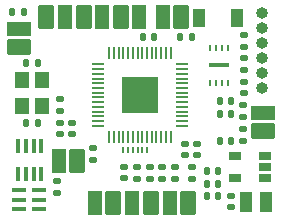
<source format=gbr>
%TF.GenerationSoftware,KiCad,Pcbnew,7.0.2-6a45011f42~172~ubuntu22.04.1*%
%TF.CreationDate,2023-05-22T20:19:49+08:00*%
%TF.ProjectId,fly2040,666c7932-3034-4302-9e6b-696361645f70,rev?*%
%TF.SameCoordinates,PX4323800PY2f1c8c0*%
%TF.FileFunction,Soldermask,Top*%
%TF.FilePolarity,Negative*%
%FSLAX46Y46*%
G04 Gerber Fmt 4.6, Leading zero omitted, Abs format (unit mm)*
G04 Created by KiCad (PCBNEW 7.0.2-6a45011f42~172~ubuntu22.04.1) date 2023-05-22 20:19:49*
%MOMM*%
%LPD*%
G01*
G04 APERTURE LIST*
G04 Aperture macros list*
%AMRoundRect*
0 Rectangle with rounded corners*
0 $1 Rounding radius*
0 $2 $3 $4 $5 $6 $7 $8 $9 X,Y pos of 4 corners*
0 Add a 4 corners polygon primitive as box body*
4,1,4,$2,$3,$4,$5,$6,$7,$8,$9,$2,$3,0*
0 Add four circle primitives for the rounded corners*
1,1,$1+$1,$2,$3*
1,1,$1+$1,$4,$5*
1,1,$1+$1,$6,$7*
1,1,$1+$1,$8,$9*
0 Add four rect primitives between the rounded corners*
20,1,$1+$1,$2,$3,$4,$5,0*
20,1,$1+$1,$4,$5,$6,$7,0*
20,1,$1+$1,$6,$7,$8,$9,0*
20,1,$1+$1,$8,$9,$2,$3,0*%
G04 Aperture macros list end*
%ADD10R,1.300000X2.000000*%
%ADD11RoundRect,0.100000X-0.550000X0.900000X-0.550000X-0.900000X0.550000X-0.900000X0.550000X0.900000X0*%
%ADD12RoundRect,0.135000X-0.185000X0.135000X-0.185000X-0.135000X0.185000X-0.135000X0.185000X0.135000X0*%
%ADD13RoundRect,0.140000X-0.140000X-0.170000X0.140000X-0.170000X0.140000X0.170000X-0.140000X0.170000X0*%
%ADD14R,0.200000X1.100000*%
%ADD15R,1.100000X0.200000*%
%ADD16R,3.100000X3.100000*%
%ADD17R,0.280000X0.600000*%
%ADD18R,1.700000X0.300000*%
%ADD19O,1.000000X1.000000*%
%ADD20RoundRect,0.100000X0.550000X-0.900000X0.550000X0.900000X-0.550000X0.900000X-0.550000X-0.900000X0*%
%ADD21RoundRect,0.135000X0.185000X-0.135000X0.185000X0.135000X-0.185000X0.135000X-0.185000X-0.135000X0*%
%ADD22RoundRect,0.135000X-0.135000X-0.185000X0.135000X-0.185000X0.135000X0.185000X-0.135000X0.185000X0*%
%ADD23RoundRect,0.140000X-0.170000X0.140000X-0.170000X-0.140000X0.170000X-0.140000X0.170000X0.140000X0*%
%ADD24R,2.000000X1.300000*%
%ADD25RoundRect,0.100000X-0.900000X-0.550000X0.900000X-0.550000X0.900000X0.550000X-0.900000X0.550000X0*%
%ADD26R,1.145000X0.400000*%
%ADD27RoundRect,0.140000X0.170000X-0.140000X0.170000X0.140000X-0.170000X0.140000X-0.170000X-0.140000X0*%
%ADD28R,0.200000X0.550000*%
%ADD29R,1.000000X1.720000*%
%ADD30O,0.364000X1.222000*%
%ADD31R,1.000000X1.524000*%
%ADD32R,1.200000X1.400000*%
%ADD33R,1.100000X0.700000*%
G04 APERTURE END LIST*
D10*
%TO.C,J9*%
X8675001Y-1605000D03*
D11*
X7125001Y-1605000D03*
%TD*%
D12*
%TO.C,R4*%
X20655000Y-11040000D03*
X20655000Y-12060000D03*
%TD*%
D13*
%TO.C,C3*%
X2270000Y-5475000D03*
X3230000Y-5475000D03*
%TD*%
D12*
%TO.C,R9*%
X12708000Y-14285000D03*
X12708000Y-15305000D03*
%TD*%
D13*
%TO.C,C17*%
X17535000Y-15695000D03*
X18495000Y-15695000D03*
%TD*%
D14*
%TO.C,U1*%
X14495000Y-4655000D03*
X14095000Y-4655000D03*
X13695000Y-4655000D03*
X13295000Y-4655000D03*
X12895000Y-4655000D03*
X12495000Y-4655000D03*
X12095000Y-4655000D03*
X11695000Y-4655000D03*
X11295000Y-4655000D03*
X10895000Y-4655000D03*
X10495000Y-4655000D03*
X10095000Y-4655000D03*
X9695000Y-4655000D03*
X9295000Y-4655000D03*
D15*
X8345000Y-5605000D03*
X8345000Y-6005000D03*
X8345000Y-6405000D03*
X8345000Y-6805000D03*
X8345000Y-7205000D03*
X8345000Y-7605000D03*
X8345000Y-8005000D03*
X8345000Y-8405000D03*
X8345000Y-8805000D03*
X8345000Y-9205000D03*
X8345000Y-9605000D03*
X8345000Y-10005000D03*
X8345000Y-10405000D03*
X8345000Y-10805000D03*
D14*
X9295000Y-11755000D03*
X9695000Y-11755000D03*
X10095000Y-11755000D03*
X10495000Y-11755000D03*
X10895000Y-11755000D03*
X11295000Y-11755000D03*
X11695000Y-11755000D03*
X12095000Y-11755000D03*
X12495000Y-11755000D03*
X12895000Y-11755000D03*
X13295000Y-11755000D03*
X13695000Y-11755000D03*
X14095000Y-11755000D03*
X14495000Y-11755000D03*
D15*
X15445000Y-10805000D03*
X15445000Y-10405000D03*
X15445000Y-10005000D03*
X15445000Y-9605000D03*
X15445000Y-9205000D03*
X15445000Y-8805000D03*
X15445000Y-8405000D03*
X15445000Y-8005000D03*
X15445000Y-7605000D03*
X15445000Y-7205000D03*
X15445000Y-6805000D03*
X15445000Y-6405000D03*
X15445000Y-6005000D03*
X15445000Y-5605000D03*
D16*
X11895000Y-8205000D03*
%TD*%
D17*
%TO.C,U2*%
X19365000Y-4185500D03*
X18865000Y-4185500D03*
X18365000Y-4185500D03*
X17865000Y-4185500D03*
X17865000Y-7199500D03*
X18365000Y-7199500D03*
X18865000Y-7199500D03*
X19365000Y-7199500D03*
D18*
X18615000Y-5692500D03*
%TD*%
D13*
%TO.C,C16*%
X17535000Y-14645000D03*
X18495000Y-14645000D03*
%TD*%
D10*
%TO.C,J10*%
X11840000Y-1605000D03*
D11*
X10290000Y-1605000D03*
%TD*%
D19*
%TO.C,J8*%
X22189248Y-1283121D03*
X22189248Y-2553121D03*
X22189248Y-3823121D03*
X22189248Y-5093121D03*
X22189248Y-6363121D03*
X22189248Y-7633121D03*
%TD*%
D10*
%TO.C,J1*%
X13860000Y-1610000D03*
D20*
X15410000Y-1610000D03*
%TD*%
D13*
%TO.C,C12*%
X12130000Y-3315000D03*
X13090000Y-3315000D03*
%TD*%
%TO.C,C5*%
X18655000Y-12080000D03*
X19615000Y-12080000D03*
%TD*%
D21*
%TO.C,R2*%
X7905000Y-13680000D03*
X7905000Y-12660000D03*
%TD*%
D10*
%TO.C,J4*%
X14415000Y-17340000D03*
D20*
X15965000Y-17340000D03*
%TD*%
D22*
%TO.C,R12*%
X1040000Y-1195000D03*
X2060000Y-1195000D03*
%TD*%
D23*
%TO.C,C7*%
X10570000Y-14310000D03*
X10570000Y-15270000D03*
%TD*%
%TO.C,C14*%
X20665000Y-7075000D03*
X20665000Y-8035000D03*
%TD*%
D13*
%TO.C,C2*%
X18650000Y-8705000D03*
X19610000Y-8705000D03*
%TD*%
D24*
%TO.C,J2*%
X1615000Y-2600000D03*
D25*
X1615000Y-4150000D03*
%TD*%
D13*
%TO.C,C18*%
X17535000Y-16745000D03*
X18495000Y-16745000D03*
%TD*%
D10*
%TO.C,J7*%
X5035000Y-13795000D03*
D20*
X6585000Y-13795000D03*
%TD*%
D10*
%TO.C,J6*%
X5530000Y-1605000D03*
D11*
X3980000Y-1605000D03*
%TD*%
D26*
%TO.C,LED1*%
X3388000Y-17850000D03*
X3388000Y-17050000D03*
X3388000Y-16250000D03*
X1692000Y-16250000D03*
X1692000Y-17050000D03*
X1692000Y-17850000D03*
%TD*%
D10*
%TO.C,J11*%
X8065000Y-17340000D03*
D20*
X9615000Y-17340000D03*
%TD*%
D12*
%TO.C,R8*%
X11647000Y-14285000D03*
X11647000Y-15305000D03*
%TD*%
D23*
%TO.C,C4*%
X6170000Y-10580000D03*
X6170000Y-11540000D03*
%TD*%
D12*
%TO.C,R11*%
X14830000Y-14285000D03*
X14830000Y-15305000D03*
%TD*%
D13*
%TO.C,C11*%
X15310000Y-3310000D03*
X16270000Y-3310000D03*
%TD*%
D23*
%TO.C,C8*%
X16325000Y-14315000D03*
X16325000Y-15275000D03*
%TD*%
D21*
%TO.C,R3*%
X20655000Y-10040001D03*
X20655000Y-9020001D03*
%TD*%
%TO.C,R7*%
X4835000Y-16500000D03*
X4835000Y-15480000D03*
%TD*%
D27*
%TO.C,C15*%
X19610000Y-17705000D03*
X19610000Y-16745000D03*
%TD*%
D24*
%TO.C,J5*%
X22350000Y-9740000D03*
D25*
X22350000Y-11290000D03*
%TD*%
D10*
%TO.C,J3*%
X11255000Y-17340000D03*
D20*
X12805000Y-17340000D03*
%TD*%
D28*
%TO.C,J12*%
X10500000Y-12870000D03*
X10900000Y-12870000D03*
X11300000Y-12870000D03*
X11700000Y-12870000D03*
X12100000Y-12870000D03*
X12500000Y-12870000D03*
%TD*%
D29*
%TO.C,L1*%
X20892000Y-17225000D03*
X22548000Y-17225000D03*
%TD*%
D30*
%TO.C,U3*%
X1595000Y-14906000D03*
X2245000Y-14906000D03*
X2895000Y-14906000D03*
X3545000Y-14906000D03*
X3545000Y-12484000D03*
X2895000Y-12484000D03*
X2245000Y-12484000D03*
X1595000Y-12484000D03*
%TD*%
D31*
%TO.C,SW1*%
X20095000Y-1670000D03*
X16895000Y-1670000D03*
%TD*%
D23*
%TO.C,C9*%
X15700000Y-12335000D03*
X15700000Y-13295000D03*
%TD*%
D21*
%TO.C,R1*%
X5110000Y-9585000D03*
X5110000Y-8565000D03*
%TD*%
D32*
%TO.C,X1*%
X3630000Y-9120000D03*
X3630000Y-6920000D03*
X1880000Y-6920000D03*
X1880000Y-9120000D03*
%TD*%
D33*
%TO.C,U4*%
X22509000Y-15254000D03*
X22509000Y-14304000D03*
X22509000Y-13352000D03*
X19921000Y-13352000D03*
X19921000Y-15252000D03*
%TD*%
D23*
%TO.C,C13*%
X5115000Y-10575000D03*
X5115000Y-11535000D03*
%TD*%
D12*
%TO.C,R5*%
X20665000Y-3095000D03*
X20665000Y-4115000D03*
%TD*%
D13*
%TO.C,C10*%
X18650000Y-9800000D03*
X19610000Y-9800000D03*
%TD*%
D27*
%TO.C,C6*%
X16745000Y-13295000D03*
X16745000Y-12335000D03*
%TD*%
D12*
%TO.C,R10*%
X13769000Y-14285000D03*
X13769000Y-15305000D03*
%TD*%
D21*
%TO.C,R6*%
X20665000Y-6100000D03*
X20665000Y-5080000D03*
%TD*%
D13*
%TO.C,C1*%
X2285000Y-10555000D03*
X3245000Y-10555000D03*
%TD*%
M02*

</source>
